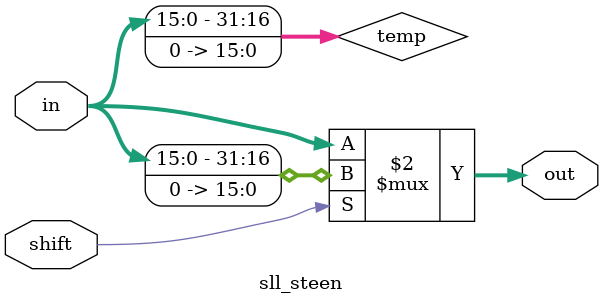
<source format=v>
module sll_steen(in, shift, out);
input [31:0] in;
input shift;
output [31:0] out;
wire [31:0] temp;

assign temp[15:0] = 0;
assign temp[31:16] = in[15:0];

assign out = (shift == 1) ? temp : in;

endmodule
</source>
